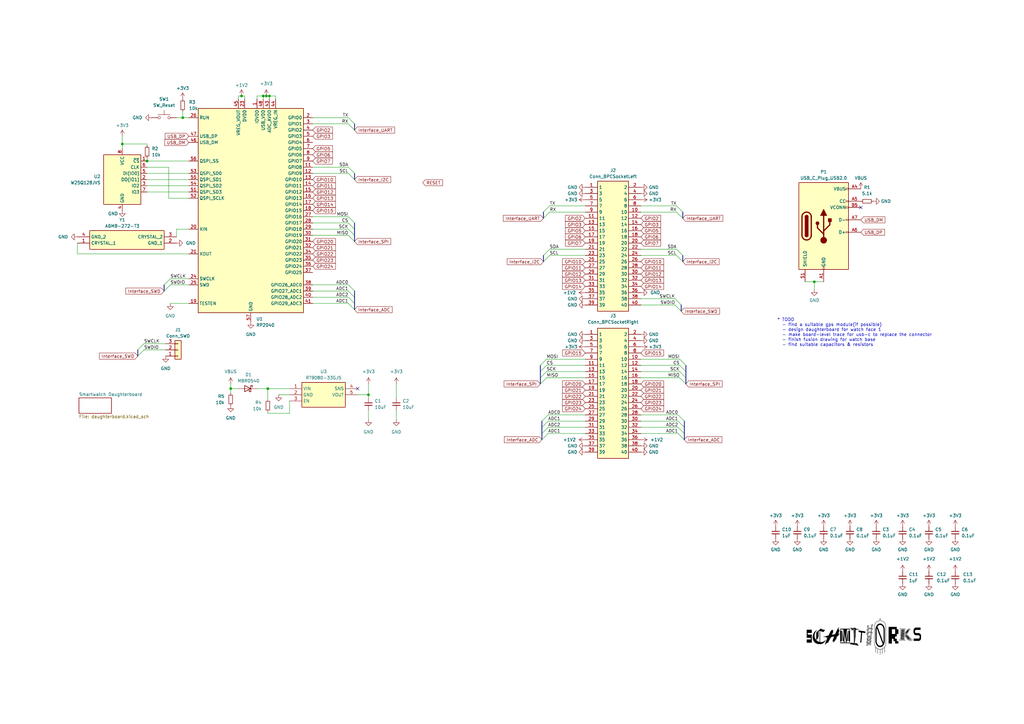
<source format=kicad_sch>
(kicad_sch (version 20230121) (generator eeschema)
  (paper "A3")
  (title_block (title "Smartwatch Motherboard"))
  (lib_symbols
    (symbol "Connector:USB_C_Plug_USB2.0" (pin_names (offset 1.016))
      (property "Reference" "P" (at -10.16 19.05 0))
      (property "Value" "USB_C_Plug_USB2.0" (at 12.7 19.05 0))
      (symbol "USB_C_Plug_USB2.0_1_1"
        (pin passive line (at 0 -22.86 90) (length 5.08) (name "GND") (number "A1"))
        (pin passive line (at 0 -22.86 90) (length 5.08) hide (name "GND") (number "A12"))
        (pin passive line (at 15.24 15.24 180) (length 5.08) (name "VBUS") (number "A4"))
        (pin bidirectional line (at 15.24 10.16 180) (length 5.08) (name "CC") (number "A5"))
        (pin bidirectional line (at 15.24 -2.54 180) (length 5.08) (name "D+") (number "A6"))
        (pin bidirectional line (at 15.24 2.54 180) (length 5.08) (name "D-") (number "A7"))
        (pin passive line (at 15.24 15.24 180) (length 5.08) hide (name "VBUS") (number "A9"))
        (pin passive line (at 0 -22.86 90) (length 5.08) hide (name "GND") (number "B1"))
        (pin passive line (at 0 -22.86 90) (length 5.08) hide (name "GND") (number "B12"))
        (pin passive line (at 15.24 15.24 180) (length 5.08) hide (name "VBUS") (number "B4"))
        (pin bidirectional line (at 15.24 7.62 180) (length 5.08) (name "VCONN") (number "B5"))
        (pin passive line (at 15.24 15.24 180) (length 5.08) hide (name "VBUS") (number "B9"))
        (pin passive line (at -7.62 -22.86 90) (length 5.08) (name "SHIELD") (number "S1"))
      )
    )
    (symbol "Connector_Generic:Conn_01x03" (pin_names (offset 1.016) hide)
      (property "Reference" "J" (at 0 5.08 0))
      (property "Value" "Conn_01x03" (at 0 -5.08 0))
      (symbol "Conn_01x03_1_1"
        (pin passive line (at -5.08 2.54 0) (length 3.81) (name "Pin_1") (number "1"))
        (pin passive line (at -5.08 0 0) (length 3.81) (name "Pin_2") (number "2"))
        (pin passive line (at -5.08 -2.54 0) (length 3.81) (name "Pin_3") (number "3"))
      )
    )
    (symbol "Device:C_Small" (pin_numbers hide) (pin_names (offset 0.254) hide)
      (property "Reference" "C" (at 0.254 1.778 0))
      (property "Value" "C_Small" (at 0.254 -2.032 0))
      (symbol "C_Small_1_1"
        (pin passive line (at 0 2.54 270) (length 2.032) (name "~") (number "1"))
        (pin passive line (at 0 -2.54 90) (length 2.032) (name "~") (number "2"))
      )
    )
    (symbol "Device:R_Small" (pin_numbers hide) (pin_names (offset 0.254) hide)
      (property "Reference" "R" (at 0.762 0.508 0))
      (property "Value" "R_Small" (at 0.762 -1.016 0))
      (symbol "R_Small_1_1"
        (pin passive line (at 0 2.54 270) (length 0.762) (name "~") (number "1"))
        (pin passive line (at 0 -2.54 90) (length 0.762) (name "~") (number "2"))
      )
    )
    (symbol "Diode:MBR0540" (pin_numbers hide) (pin_names (offset 1.016) hide)
      (property "Reference" "D" (at 0 2.54 0))
      (property "Value" "MBR0540" (at 0 -2.54 0))
      (symbol "MBR0540_1_1"
        (pin passive line (at -3.81 0 0) (length 2.54) (name "K") (number "1"))
        (pin passive line (at 3.81 0 180) (length 2.54) (name "A") (number "2"))
      )
    )
    (symbol "MCU_RaspberryPi:RP2040"
      (property "Reference" "U" (at 17.78 45.72 0))
      (property "Value" "RP2040" (at 17.78 43.18 0))
      (symbol "RP2040_1_1"
        (pin power_in line (at 2.54 45.72 270) (length 3.81) (name "IOVDD") (number "1"))
        (pin passive line (at 2.54 45.72 270) (length 3.81) hide (name "IOVDD") (number "10"))
        (pin bidirectional line (at 25.4 17.78 180) (length 3.81) (name "GPIO8") (number "11"))
        (pin bidirectional line (at 25.4 15.24 180) (length 3.81) (name "GPIO9") (number "12"))
        (pin bidirectional line (at 25.4 12.7 180) (length 3.81) (name "GPIO10") (number "13"))
        (pin bidirectional line (at 25.4 10.16 180) (length 3.81) (name "GPIO11") (number "14"))
        (pin bidirectional line (at 25.4 7.62 180) (length 3.81) (name "GPIO12") (number "15"))
        (pin bidirectional line (at 25.4 5.08 180) (length 3.81) (name "GPIO13") (number "16"))
        (pin bidirectional line (at 25.4 2.54 180) (length 3.81) (name "GPIO14") (number "17"))
        (pin bidirectional line (at 25.4 0 180) (length 3.81) (name "GPIO15") (number "18"))
        (pin input line (at -25.4 -38.1 0) (length 3.81) (name "TESTEN") (number "19"))
        (pin bidirectional line (at 25.4 38.1 180) (length 3.81) (name "GPIO0") (number "2"))
        (pin input line (at -25.4 -7.62 0) (length 3.81) (name "XIN") (number "20"))
        (pin passive line (at -25.4 -17.78 0) (length 3.81) (name "XOUT") (number "21"))
        (pin passive line (at 2.54 45.72 270) (length 3.81) hide (name "IOVDD") (number "22"))
        (pin power_in line (at -2.54 45.72 270) (length 3.81) (name "DVDD") (number "23"))
        (pin input line (at -25.4 -27.94 0) (length 3.81) (name "SWCLK") (number "24"))
        (pin bidirectional line (at -25.4 -30.48 0) (length 3.81) (name "SWD") (number "25"))
        (pin input line (at -25.4 38.1 0) (length 3.81) (name "RUN") (number "26"))
        (pin bidirectional line (at 25.4 -2.54 180) (length 3.81) (name "GPIO16") (number "27"))
        (pin bidirectional line (at 25.4 -5.08 180) (length 3.81) (name "GPIO17") (number "28"))
        (pin bidirectional line (at 25.4 -7.62 180) (length 3.81) (name "GPIO18") (number "29"))
        (pin bidirectional line (at 25.4 35.56 180) (length 3.81) (name "GPIO1") (number "3"))
        (pin bidirectional line (at 25.4 -10.16 180) (length 3.81) (name "GPIO19") (number "30"))
        (pin bidirectional line (at 25.4 -12.7 180) (length 3.81) (name "GPIO20") (number "31"))
        (pin bidirectional line (at 25.4 -15.24 180) (length 3.81) (name "GPIO21") (number "32"))
        (pin passive line (at 2.54 45.72 270) (length 3.81) hide (name "IOVDD") (number "33"))
        (pin bidirectional line (at 25.4 -17.78 180) (length 3.81) (name "GPIO22") (number "34"))
        (pin bidirectional line (at 25.4 -20.32 180) (length 3.81) (name "GPIO23") (number "35"))
        (pin bidirectional line (at 25.4 -22.86 180) (length 3.81) (name "GPIO24") (number "36"))
        (pin bidirectional line (at 25.4 -25.4 180) (length 3.81) (name "GPIO25") (number "37"))
        (pin bidirectional line (at 25.4 -30.48 180) (length 3.81) (name "GPIO26_ADC0") (number "38"))
        (pin bidirectional line (at 25.4 -33.02 180) (length 3.81) (name "GPIO27_ADC1") (number "39"))
        (pin bidirectional line (at 25.4 33.02 180) (length 3.81) (name "GPIO2") (number "4"))
        (pin bidirectional line (at 25.4 -35.56 180) (length 3.81) (name "GPIO28_ADC2") (number "40"))
        (pin bidirectional line (at 25.4 -38.1 180) (length 3.81) (name "GPIO29_ADC3") (number "41"))
        (pin passive line (at 2.54 45.72 270) (length 3.81) hide (name "IOVDD") (number "42"))
        (pin power_in line (at 7.62 45.72 270) (length 3.81) (name "ADC_AVDD") (number "43"))
        (pin power_in line (at 10.16 45.72 270) (length 3.81) (name "VREG_IN") (number "44"))
        (pin power_out line (at -5.08 45.72 270) (length 3.81) (name "VREG_VOUT") (number "45"))
        (pin bidirectional line (at -25.4 27.94 0) (length 3.81) (name "USB_DM") (number "46"))
        (pin bidirectional line (at -25.4 30.48 0) (length 3.81) (name "USB_DP") (number "47"))
        (pin power_in line (at 5.08 45.72 270) (length 3.81) (name "USB_VDD") (number "48"))
        (pin passive line (at 2.54 45.72 270) (length 3.81) hide (name "IOVDD") (number "49"))
        (pin bidirectional line (at 25.4 30.48 180) (length 3.81) (name "GPIO3") (number "5"))
        (pin passive line (at -2.54 45.72 270) (length 3.81) hide (name "DVDD") (number "50"))
        (pin bidirectional line (at -25.4 7.62 0) (length 3.81) (name "QSPI_SD3") (number "51"))
        (pin output line (at -25.4 5.08 0) (length 3.81) (name "QSPI_SCLK") (number "52"))
        (pin bidirectional line (at -25.4 15.24 0) (length 3.81) (name "QSPI_SD0") (number "53"))
        (pin bidirectional line (at -25.4 10.16 0) (length 3.81) (name "QSPI_SD2") (number "54"))
        (pin bidirectional line (at -25.4 12.7 0) (length 3.81) (name "QSPI_SD1") (number "55"))
        (pin bidirectional line (at -25.4 20.32 0) (length 3.81) (name "QSPI_SS") (number "56"))
        (pin power_in line (at 0 -45.72 90) (length 3.81) (name "GND") (number "57"))
        (pin bidirectional line (at 25.4 27.94 180) (length 3.81) (name "GPIO4") (number "6"))
        (pin bidirectional line (at 25.4 25.4 180) (length 3.81) (name "GPIO5") (number "7"))
        (pin bidirectional line (at 25.4 22.86 180) (length 3.81) (name "GPIO6") (number "8"))
        (pin bidirectional line (at 25.4 20.32 180) (length 3.81) (name "GPIO7") (number "9"))
      )
    )
    (symbol "Memory_Flash:W25Q128JVS"
      (property "Reference" "U" (at -8.89 8.89 0))
      (property "Value" "W25Q128JVS" (at 7.62 8.89 0))
      (symbol "W25Q128JVS_1_1"
        (pin input line (at -10.16 7.62 0) (length 2.54) (name "~{CS}") (number "1"))
        (pin bidirectional line (at -10.16 0 0) (length 2.54) (name "DO(IO1)") (number "2"))
        (pin bidirectional line (at -10.16 -2.54 0) (length 2.54) (name "IO2") (number "3"))
        (pin power_in line (at 0 -12.7 90) (length 2.54) (name "GND") (number "4"))
        (pin bidirectional line (at -10.16 2.54 0) (length 2.54) (name "DI(IO0)") (number "5"))
        (pin input line (at -10.16 5.08 0) (length 2.54) (name "CLK") (number "6"))
        (pin bidirectional line (at -10.16 -5.08 0) (length 2.54) (name "IO3") (number "7"))
        (pin power_in line (at 0 12.7 270) (length 2.54) (name "VCC") (number "8"))
      )
    )
    (symbol "SamacSys_Parts:ABM8-272-T3"
      (property "Reference" "Y" (at 36.83 7.62 0))
      (property "Value" "ABM8-272-T3" (at 36.83 5.08 0))
      (symbol "ABM8-272-T3_1_1"
        (pin passive line (at 0 -2.54 0) (length 5.08) (name "CRYSTAL_1") (number "1"))
        (pin passive line (at 40.64 -2.54 180) (length 5.08) (name "GND_1") (number "2"))
        (pin passive line (at 40.64 0 180) (length 5.08) (name "CRYSTAL_2") (number "3"))
        (pin passive line (at 0 0 0) (length 5.08) (name "GND_2") (number "4"))
      )
    )
    (symbol "SamacSys_Parts:DF40HC_3.0_-40DS-0.4V_51_"
      (property "Reference" "J" (at 19.05 7.62 0))
      (property "Value" "DF40HC_3.0_-40DS-0.4V_51_" (at 19.05 5.08 0))
      (symbol "DF40HC_3.0_-40DS-0.4V_51__1_1"
        (pin passive line (at 0 0 0) (length 5.08) (name "1") (number "1"))
        (pin passive line (at 22.86 -10.16 180) (length 5.08) (name "10") (number "10"))
        (pin passive line (at 0 -12.7 0) (length 5.08) (name "11") (number "11"))
        (pin passive line (at 22.86 -12.7 180) (length 5.08) (name "12") (number "12"))
        (pin passive line (at 0 -15.24 0) (length 5.08) (name "13") (number "13"))
        (pin passive line (at 22.86 -15.24 180) (length 5.08) (name "14") (number "14"))
        (pin passive line (at 0 -17.78 0) (length 5.08) (name "15") (number "15"))
        (pin passive line (at 22.86 -17.78 180) (length 5.08) (name "16") (number "16"))
        (pin passive line (at 0 -20.32 0) (length 5.08) (name "17") (number "17"))
        (pin passive line (at 22.86 -20.32 180) (length 5.08) (name "18") (number "18"))
        (pin passive line (at 0 -22.86 0) (length 5.08) (name "19") (number "19"))
        (pin passive line (at 22.86 0 180) (length 5.08) (name "2") (number "2"))
        (pin passive line (at 22.86 -22.86 180) (length 5.08) (name "20") (number "20"))
        (pin passive line (at 0 -25.4 0) (length 5.08) (name "21") (number "21"))
        (pin passive line (at 22.86 -25.4 180) (length 5.08) (name "22") (number "22"))
        (pin passive line (at 0 -27.94 0) (length 5.08) (name "23") (number "23"))
        (pin passive line (at 22.86 -27.94 180) (length 5.08) (name "24") (number "24"))
        (pin passive line (at 0 -30.48 0) (length 5.08) (name "25") (number "25"))
        (pin passive line (at 22.86 -30.48 180) (length 5.08) (name "26") (number "26"))
        (pin passive line (at 0 -33.02 0) (length 5.08) (name "27") (number "27"))
        (pin passive line (at 22.86 -33.02 180) (length 5.08) (name "28") (number "28"))
        (pin passive line (at 0 -35.56 0) (length 5.08) (name "29") (number "29"))
        (pin passive line (at 0 -2.54 0) (length 5.08) (name "3") (number "3"))
        (pin passive line (at 22.86 -35.56 180) (length 5.08) (name "30") (number "30"))
        (pin passive line (at 0 -38.1 0) (length 5.08) (name "31") (number "31"))
        (pin passive line (at 22.86 -38.1 180) (length 5.08) (name "32") (number "32"))
        (pin passive line (at 0 -40.64 0) (length 5.08) (name "33") (number "33"))
        (pin passive line (at 22.86 -40.64 180) (length 5.08) (name "34") (number "34"))
        (pin passive line (at 0 -43.18 0) (length 5.08) (name "35") (number "35"))
        (pin passive line (at 22.86 -43.18 180) (length 5.08) (name "36") (number "36"))
        (pin passive line (at 0 -45.72 0) (length 5.08) (name "37") (number "37"))
        (pin passive line (at 22.86 -45.72 180) (length 5.08) (name "38") (number "38"))
        (pin passive line (at 0 -48.26 0) (length 5.08) (name "39") (number "39"))
        (pin passive line (at 22.86 -2.54 180) (length 5.08) (name "4") (number "4"))
        (pin passive line (at 22.86 -48.26 180) (length 5.08) (name "40") (number "40"))
        (pin passive line (at 0 -5.08 0) (length 5.08) (name "5") (number "5"))
        (pin passive line (at 22.86 -5.08 180) (length 5.08) (name "6") (number "6"))
        (pin passive line (at 0 -7.62 0) (length 5.08) (name "7") (number "7"))
        (pin passive line (at 22.86 -7.62 180) (length 5.08) (name "8") (number "8"))
        (pin passive line (at 0 -10.16 0) (length 5.08) (name "9") (number "9"))
      )
    )
    (symbol "SamacSys_Parts:RT9080-33GJ5"
      (property "Reference" "IC" (at 24.13 7.62 0))
      (property "Value" "RT9080-33GJ5" (at 24.13 5.08 0))
      (symbol "RT9080-33GJ5_1_1"
        (pin passive line (at 0 0 0) (length 5.08) (name "VIN") (number "1"))
        (pin passive line (at 0 -2.54 0) (length 5.08) (name "GND") (number "2"))
        (pin passive line (at 0 -5.08 0) (length 5.08) (name "EN") (number "3"))
        (pin passive line (at 27.94 0 180) (length 5.08) (name "SNS") (number "4"))
        (pin passive line (at 27.94 -2.54 180) (length 5.08) (name "VOUT") (number "5"))
      )
    )
    (symbol "Switch:SW_Push" (pin_numbers hide) (pin_names (offset 1.016) hide)
      (property "Reference" "SW" (at 1.27 2.54 0))
      (property "Value" "SW_Push" (at 0 -1.524 0))
      (symbol "SW_Push_0_1"
        (pin passive line (at -5.08 0 0) (length 2.54) (name "1") (number "1"))
        (pin passive line (at 5.08 0 180) (length 2.54) (name "2") (number "2"))
      )
    )
    (symbol "power:+1V2" (power) (pin_names (offset 0))
      (property "Value" "+1V2" (at 0 3.556 0))
      (symbol "+1V2_1_1"
        (pin power_in line (at 0 0 90) (length 0) hide (name "+1V2") (number "1"))
      )
    )
    (symbol "power:+3V3" (power) (pin_names (offset 0))
      (property "Value" "+3V3" (at 0 3.556 0))
      (symbol "+3V3_1_1"
        (pin power_in line (at 0 0 90) (length 0) hide (name "+3V3") (number "1"))
      )
    )
    (symbol "power:GND" (power) (pin_names (offset 0))
      (property "Value" "GND" (at 0 -3.81 0))
      (symbol "GND_1_1"
        (pin power_in line (at 0 0 270) (length 0) hide (name "GND") (number "1"))
      )
    )
    (symbol "power:VBUS" (power) (pin_names (offset 0))
      (property "Value" "VBUS" (at 0 3.81 0))
      (symbol "VBUS_1_1"
        (pin power_in line (at 0 0 90) (length 0) hide (name "VBUS") (number "1"))
      )
    )
  )
  (junction (at 109.855 159.385))
  (junction (at 99.06 39.37))
  (junction (at 74.93 48.26))
  (junction (at 334.01 115.57))
  (junction (at 94.615 159.385))
  (junction (at 110.49 39.37))
  (junction (at 109.22 39.37))
  (junction (at 50.165 59.055))
  (junction (at 107.95 39.37))
  (junction (at 151.13 161.925))
  (junction (at 60.325 66.04))
  (no_connect (at 353.06 85.09))
  (no_connect (at 146.685 159.385))
  (bus_entry (at 142.875 48.26) (size 2.54 2.54))
  (bus_entry (at 69.85 114.3) (size -2.54 2.54))
  (bus_entry (at 277.495 86.995) (size 2.54 2.54))
  (bus_entry (at 142.875 96.52) (size 2.54 2.54))
  (bus_entry (at 142.875 121.92) (size 2.54 2.54))
  (bus_entry (at 278.765 152.4) (size 2.54 2.54))
  (bus_entry (at 224.155 147.32) (size -2.54 2.54))
  (bus_entry (at 59.055 140.97) (size -2.54 2.54))
  (bus_entry (at 224.79 175.26) (size -2.54 2.54))
  (bus_entry (at 224.79 170.18) (size -2.54 2.54))
  (bus_entry (at 278.765 149.86) (size 2.54 2.54))
  (bus_entry (at 142.875 50.8) (size 2.54 2.54))
  (bus_entry (at 142.875 88.9) (size 2.54 2.54))
  (bus_entry (at 276.86 125.095) (size 2.54 2.54))
  (bus_entry (at 69.85 116.84) (size -2.54 2.54))
  (bus_entry (at 278.13 175.26) (size 2.54 2.54))
  (bus_entry (at 224.155 154.94) (size -2.54 2.54))
  (bus_entry (at 224.155 152.4) (size -2.54 2.54))
  (bus_entry (at 142.875 71.12) (size 2.54 2.54))
  (bus_entry (at 277.495 102.235) (size 2.54 2.54))
  (bus_entry (at 225.425 104.775) (size -2.54 2.54))
  (bus_entry (at 277.495 84.455) (size 2.54 2.54))
  (bus_entry (at 142.875 119.38) (size 2.54 2.54))
  (bus_entry (at 278.13 170.18) (size 2.54 2.54))
  (bus_entry (at 277.495 104.775) (size 2.54 2.54))
  (bus_entry (at 142.875 68.58) (size 2.54 2.54))
  (bus_entry (at 224.79 177.8) (size -2.54 2.54))
  (bus_entry (at 278.765 147.32) (size 2.54 2.54))
  (bus_entry (at 142.875 93.98) (size 2.54 2.54))
  (bus_entry (at 224.155 149.86) (size -2.54 2.54))
  (bus_entry (at 224.79 172.72) (size -2.54 2.54))
  (bus_entry (at 225.425 86.995) (size -2.54 2.54))
  (bus_entry (at 59.055 143.51) (size -2.54 2.54))
  (bus_entry (at 276.86 122.555) (size 2.54 2.54))
  (bus_entry (at 278.765 154.94) (size 2.54 2.54))
  (bus_entry (at 225.425 84.455) (size -2.54 2.54))
  (bus_entry (at 278.13 177.8) (size 2.54 2.54))
  (bus_entry (at 142.875 91.44) (size 2.54 2.54))
  (bus_entry (at 225.425 102.235) (size -2.54 2.54))
  (bus_entry (at 142.875 124.46) (size 2.54 2.54))
  (bus_entry (at 278.13 172.72) (size 2.54 2.54))
  (bus_entry (at 142.875 116.84) (size 2.54 2.54))
  (wire (pts (xy 74.93 48.26) (xy 77.47 48.26)))
  (bus (pts (xy 145.415 71.12) (xy 145.415 73.66)))
  (wire (pts (xy 240.03 104.775) (xy 225.425 104.775)))
  (bus (pts (xy 280.67 177.8) (xy 280.67 180.34)))
  (wire (pts (xy 59.055 140.97) (xy 67.945 140.97)))
  (wire (pts (xy 128.27 88.9) (xy 142.875 88.9)))
  (wire (pts (xy 99.06 39.37) (xy 100.33 39.37)))
  (wire (pts (xy 69.215 81.28) (xy 69.215 68.58)))
  (wire (pts (xy 262.89 149.86) (xy 278.765 149.86)))
  (wire (pts (xy 50.165 55.88) (xy 50.165 59.055)))
  (bus (pts (xy 221.615 149.86) (xy 221.615 152.4)))
  (wire (pts (xy 128.27 119.38) (xy 142.875 119.38)))
  (wire (pts (xy 60.325 73.66) (xy 77.47 73.66)))
  (wire (pts (xy 72.39 93.98) (xy 77.47 93.98)))
  (wire (pts (xy 107.95 39.37) (xy 107.95 40.64)))
  (bus (pts (xy 281.305 149.86) (xy 281.305 152.4)))
  (wire (pts (xy 107.95 39.37) (xy 109.22 39.37)))
  (wire (pts (xy 97.79 40.64) (xy 97.79 39.37)))
  (wire (pts (xy 262.89 84.455) (xy 277.495 84.455)))
  (wire (pts (xy 105.41 40.64) (xy 105.41 39.37)))
  (wire (pts (xy 151.13 161.925) (xy 146.685 161.925)))
  (bus (pts (xy 145.415 121.92) (xy 145.415 124.46)))
  (wire (pts (xy 128.27 71.12) (xy 142.875 71.12)))
  (bus (pts (xy 280.035 104.775) (xy 280.035 107.315)))
  (wire (pts (xy 128.27 68.58) (xy 142.875 68.58)))
  (wire (pts (xy 109.22 39.37) (xy 110.49 39.37)))
  (wire (pts (xy 240.03 149.86) (xy 224.155 149.86)))
  (wire (pts (xy 109.855 159.385) (xy 109.855 163.83)))
  (wire (pts (xy 240.03 102.235) (xy 225.425 102.235)))
  (wire (pts (xy 69.85 116.84) (xy 77.47 116.84)))
  (wire (pts (xy 110.49 39.37) (xy 110.49 40.64)))
  (wire (pts (xy 262.89 152.4) (xy 278.765 152.4)))
  (wire (pts (xy 94.615 157.48) (xy 94.615 159.385)))
  (bus (pts (xy 281.305 154.94) (xy 281.305 157.48)))
  (wire (pts (xy 240.03 177.8) (xy 224.79 177.8)))
  (bus (pts (xy 56.515 143.51) (xy 56.515 146.05)))
  (wire (pts (xy 31.75 104.14) (xy 77.47 104.14)))
  (wire (pts (xy 162.56 168.275) (xy 162.56 172.085)))
  (bus (pts (xy 222.885 86.995) (xy 222.885 89.535)))
  (wire (pts (xy 77.47 81.28) (xy 69.215 81.28)))
  (wire (pts (xy 128.27 121.92) (xy 142.875 121.92)))
  (wire (pts (xy 240.03 152.4) (xy 224.155 152.4)))
  (wire (pts (xy 118.745 169.545) (xy 118.745 164.465)))
  (wire (pts (xy 60.325 71.12) (xy 77.47 71.12)))
  (wire (pts (xy 60.325 64.77) (xy 60.325 66.04)))
  (wire (pts (xy 128.27 124.46) (xy 142.875 124.46)))
  (wire (pts (xy 105.41 159.385) (xy 109.855 159.385)))
  (wire (pts (xy 105.41 39.37) (xy 107.95 39.37)))
  (bus (pts (xy 221.615 154.94) (xy 221.615 157.48)))
  (bus (pts (xy 221.615 152.4) (xy 221.615 154.94)))
  (wire (pts (xy 240.03 170.18) (xy 224.79 170.18)))
  (wire (pts (xy 50.165 59.055) (xy 60.325 59.055)))
  (wire (pts (xy 74.93 45.72) (xy 74.93 48.26)))
  (bus (pts (xy 145.415 91.44) (xy 145.415 93.98)))
  (bus (pts (xy 145.415 119.38) (xy 145.415 121.92)))
  (wire (pts (xy 60.325 66.04) (xy 77.47 66.04)))
  (wire (pts (xy 262.89 86.995) (xy 277.495 86.995)))
  (wire (pts (xy 262.89 122.555) (xy 276.86 122.555)))
  (wire (pts (xy 113.03 39.37) (xy 113.03 40.64)))
  (wire (pts (xy 240.03 84.455) (xy 225.425 84.455)))
  (wire (pts (xy 128.27 50.8) (xy 142.875 50.8)))
  (bus (pts (xy 67.31 116.84) (xy 67.31 119.38)))
  (wire (pts (xy 151.13 168.275) (xy 151.13 172.085)))
  (wire (pts (xy 262.89 125.095) (xy 276.86 125.095)))
  (wire (pts (xy 94.615 159.385) (xy 97.79 159.385)))
  (bus (pts (xy 280.67 175.26) (xy 280.67 177.8)))
  (wire (pts (xy 151.13 163.195) (xy 151.13 161.925)))
  (wire (pts (xy 128.27 48.26) (xy 142.875 48.26)))
  (wire (pts (xy 110.49 39.37) (xy 113.03 39.37)))
  (wire (pts (xy 109.855 159.385) (xy 118.745 159.385)))
  (bus (pts (xy 222.885 104.775) (xy 222.885 107.315)))
  (wire (pts (xy 60.325 59.055) (xy 60.325 59.69)))
  (wire (pts (xy 262.89 104.775) (xy 277.495 104.775)))
  (wire (pts (xy 31.75 104.14) (xy 31.75 99.695)))
  (wire (pts (xy 59.055 143.51) (xy 67.945 143.51)))
  (bus (pts (xy 222.25 172.72) (xy 222.25 175.26)))
  (wire (pts (xy 262.89 102.235) (xy 277.495 102.235)))
  (wire (pts (xy 100.33 39.37) (xy 100.33 40.64)))
  (wire (pts (xy 240.03 175.26) (xy 224.79 175.26)))
  (wire (pts (xy 240.03 147.32) (xy 224.155 147.32)))
  (bus (pts (xy 280.67 172.72) (xy 280.67 175.26)))
  (wire (pts (xy 262.89 175.26) (xy 278.13 175.26)))
  (bus (pts (xy 279.4 125.095) (xy 279.4 127.635)))
  (wire (pts (xy 109.855 169.545) (xy 109.855 168.91)))
  (wire (pts (xy 128.27 93.98) (xy 142.875 93.98)))
  (wire (pts (xy 262.89 154.94) (xy 278.765 154.94)))
  (wire (pts (xy 69.215 68.58) (xy 60.325 68.58)))
  (wire (pts (xy 262.89 147.32) (xy 278.765 147.32)))
  (wire (pts (xy 114.3 161.925) (xy 118.745 161.925)))
  (bus (pts (xy 281.305 152.4) (xy 281.305 154.94)))
  (bus (pts (xy 145.415 93.98) (xy 145.415 96.52)))
  (wire (pts (xy 69.85 114.3) (xy 77.47 114.3)))
  (bus (pts (xy 222.25 175.26) (xy 222.25 177.8)))
  (bus (pts (xy 280.035 86.995) (xy 280.035 89.535)))
  (wire (pts (xy 50.165 59.055) (xy 50.165 60.96)))
  (wire (pts (xy 128.27 116.84) (xy 142.875 116.84)))
  (bus (pts (xy 145.415 124.46) (xy 145.415 127)))
  (wire (pts (xy 94.615 159.385) (xy 94.615 161.29)))
  (bus (pts (xy 145.415 96.52) (xy 145.415 99.06)))
  (wire (pts (xy 151.13 157.48) (xy 151.13 161.925)))
  (wire (pts (xy 72.39 97.155) (xy 72.39 93.98)))
  (wire (pts (xy 60.325 76.2) (xy 77.47 76.2)))
  (wire (pts (xy 334.01 118.745) (xy 334.01 115.57)))
  (wire (pts (xy 97.79 39.37) (xy 99.06 39.37)))
  (wire (pts (xy 69.85 124.46) (xy 77.47 124.46)))
  (wire (pts (xy 128.27 96.52) (xy 142.875 96.52)))
  (wire (pts (xy 60.325 78.74) (xy 77.47 78.74)))
  (wire (pts (xy 72.39 48.26) (xy 74.93 48.26)))
  (wire (pts (xy 109.855 169.545) (xy 118.745 169.545)))
  (wire (pts (xy 240.03 86.995) (xy 225.425 86.995)))
  (wire (pts (xy 262.89 172.72) (xy 278.13 172.72)))
  (bus (pts (xy 145.415 50.8) (xy 145.415 53.34)))
  (wire (pts (xy 240.03 172.72) (xy 224.79 172.72)))
  (wire (pts (xy 262.89 177.8) (xy 278.13 177.8)))
  (bus (pts (xy 222.25 177.8) (xy 222.25 180.34)))
  (wire (pts (xy 162.56 157.48) (xy 162.56 163.195)))
  (wire (pts (xy 262.89 170.18) (xy 278.13 170.18)))
  (wire (pts (xy 128.27 91.44) (xy 142.875 91.44)))
  (wire (pts (xy 330.2 115.57) (xy 334.01 115.57)))
  (wire (pts (xy 334.01 115.57) (xy 337.82 115.57)))
  (wire (pts (xy 240.03 154.94) (xy 224.155 154.94)))
  (image (at 354.33 260.985) (scale 0.886586))
  (text "* TODO\n  - find a suitable gps module(if possible)\n  - design daughterboard for watch face 1\n  - make board-level trace for usb-c to replace the connector\n  - finish fusion drawing for watch base\n  - find suitable capacitors & resistors " (at 318.77 142.24 0) (effects (font (size 1.27 1.27)) (justify left bottom)))
  (label "ADC1" (at 142.875 124.46 180))
  (label "SWDIO" (at 69.85 116.84 0))
  (label "SDA" (at 277.495 102.235 180))
  (label "SWDIO" (at 276.86 125.095 180))
  (label "SCL" (at 277.495 104.775 180))
  (label "ADC1" (at 142.875 119.38 180))
  (label "CS" (at 224.155 149.86 0))
  (label "ADC0" (at 224.79 170.18 0))
  (label "SCL" (at 225.425 104.775 0))
  (label "ADC0" (at 278.13 170.18 180))
  (label "RX" (at 225.425 86.995 0))
  (label "SCK" (at 224.155 152.4 0))
  (label "SCL" (at 142.875 71.12 180))
  (label "ADC1" (at 278.13 172.72 180))
  (label "TX" (at 142.875 48.26 180))
  (label "TX" (at 225.425 84.455 0))
  (label "ADC1" (at 278.13 177.8 180))
  (label "SWDIO" (at 59.055 143.51 0))
  (label "SDA" (at 225.425 102.235 0))
  (label "MISO" (at 142.875 96.52 180))
  (label "ADC2" (at 142.875 121.92 180))
  (label "RX" (at 142.875 50.8 180))
  (label "ADC1" (at 224.79 172.72 0))
  (label "CS" (at 142.875 91.44 180))
  (label "TX" (at 277.495 84.455 180))
  (label "ADC2" (at 224.79 175.26 0))
  (label "SWCLK" (at 276.86 122.555 180))
  (label "SWCLK" (at 59.055 140.97 0))
  (label "RX" (at 277.495 86.995 180))
  (label "CS" (at 278.765 149.86 180))
  (label "ADC2" (at 278.13 175.26 180))
  (label "MISO" (at 224.155 154.94 0))
  (label "SDA" (at 142.875 68.58 180))
  (label "SWCLK" (at 69.85 114.3 0))
  (label "MISO" (at 278.765 154.94 180))
  (label "MOSI" (at 142.875 88.9 180))
  (label "MOSI" (at 278.765 147.32 180))
  (label "ADC0" (at 142.875 116.84 180))
  (label "SCK" (at 278.765 152.4 180))
  (label "SCK" (at 142.875 93.98 180))
  (label "MOSI" (at 224.155 147.32 0))
  (label "ADC1" (at 224.79 177.8 0))
  (global_label "GPIO23" (shape input) (at 262.89 165.1 0) (property "Intersheetrefs" "${INTERSHEET_REFS}" (effects hide)))
  (global_label "RESET" (shape input) (at 173.355 74.93 0) (property "Intersheetrefs" "${INTERSHEET_REFS}" (effects hide)))
  (global_label "GPIO15" (shape input) (at 128.27 86.36 0) (property "Intersheetrefs" "${INTERSHEET_REFS}" (effects hide)))
  (global_label "USB_DM" (shape input) (at 77.47 58.42 180) (property "Intersheetrefs" "${INTERSHEET_REFS}" (effects hide)))
  (global_label "GPIO10" (shape input) (at 128.27 73.66 0) (property "Intersheetrefs" "${INTERSHEET_REFS}" (effects hide)))
  (global_label "GPIO6" (shape input) (at 262.89 97.155 0) (property "Intersheetrefs" "${INTERSHEET_REFS}" (effects hide)))
  (global_label "GPIO24" (shape input) (at 262.89 167.64 0) (property "Intersheetrefs" "${INTERSHEET_REFS}" (effects hide)))
  (global_label "Interface_SWD" (shape input) (at 67.31 119.38 180) (property "Intersheetrefs" "${INTERSHEET_REFS}" (effects hide)))
  (global_label "GPIO15" (shape input) (at 262.89 144.78 0) (property "Intersheetrefs" "${INTERSHEET_REFS}" (effects hide)))
  (global_label "Interface_I2C" (shape input) (at 145.415 73.66 0) (property "Intersheetrefs" "${INTERSHEET_REFS}" (effects hide)))
  (global_label "GPIO22" (shape input) (at 262.89 162.56 0) (property "Intersheetrefs" "${INTERSHEET_REFS}" (effects hide)))
  (global_label "GPIO14" (shape input) (at 240.03 117.475 180) (property "Intersheetrefs" "${INTERSHEET_REFS}" (effects hide)))
  (global_label "Interface_ADC" (shape input) (at 145.415 127 0) (property "Intersheetrefs" "${INTERSHEET_REFS}" (effects hide)))
  (global_label "Interface_SPI" (shape input) (at 145.415 99.06 0) (property "Intersheetrefs" "${INTERSHEET_REFS}" (effects hide)))
  (global_label "GPIO3" (shape input) (at 240.03 92.075 180) (property "Intersheetrefs" "${INTERSHEET_REFS}" (effects hide)))
  (global_label "GPIO24" (shape input) (at 128.27 109.22 0) (property "Intersheetrefs" "${INTERSHEET_REFS}" (effects hide)))
  (global_label "GPIO7" (shape input) (at 240.03 99.695 180) (property "Intersheetrefs" "${INTERSHEET_REFS}" (effects hide)))
  (global_label "GPIO5" (shape input) (at 240.03 94.615 180) (property "Intersheetrefs" "${INTERSHEET_REFS}" (effects hide)))
  (global_label "Interface_ADC" (shape input) (at 280.67 180.34 0) (property "Intersheetrefs" "${INTERSHEET_REFS}" (effects hide)))
  (global_label "GPIO21" (shape input) (at 128.27 101.6 0) (property "Intersheetrefs" "${INTERSHEET_REFS}" (effects hide)))
  (global_label "GPIO10" (shape input) (at 262.89 107.315 0) (property "Intersheetrefs" "${INTERSHEET_REFS}" (effects hide)))
  (global_label "GPIO12" (shape input) (at 262.89 112.395 0) (property "Intersheetrefs" "${INTERSHEET_REFS}" (effects hide)))
  (global_label "GPIO14" (shape input) (at 262.89 117.475 0) (property "Intersheetrefs" "${INTERSHEET_REFS}" (effects hide)))
  (global_label "GPIO22" (shape input) (at 240.03 162.56 180) (property "Intersheetrefs" "${INTERSHEET_REFS}" (effects hide)))
  (global_label "GPIO11" (shape input) (at 128.27 76.2 0) (property "Intersheetrefs" "${INTERSHEET_REFS}" (effects hide)))
  (global_label "GPIO23" (shape input) (at 128.27 106.68 0) (property "Intersheetrefs" "${INTERSHEET_REFS}" (effects hide)))
  (global_label "GPIO6" (shape input) (at 128.27 63.5 0) (property "Intersheetrefs" "${INTERSHEET_REFS}" (effects hide)))
  (global_label "GPIO7" (shape input) (at 262.89 99.695 0) (property "Intersheetrefs" "${INTERSHEET_REFS}" (effects hide)))
  (global_label "GPIO3" (shape input) (at 128.27 55.88 0) (property "Intersheetrefs" "${INTERSHEET_REFS}" (effects hide)))
  (global_label "GPIO14" (shape input) (at 128.27 83.82 0) (property "Intersheetrefs" "${INTERSHEET_REFS}" (effects hide)))
  (global_label "GPIO20" (shape input) (at 128.27 99.06 0) (property "Intersheetrefs" "${INTERSHEET_REFS}" (effects hide)))
  (global_label "GPIO13" (shape input) (at 240.03 114.935 180) (property "Intersheetrefs" "${INTERSHEET_REFS}" (effects hide)))
  (global_label "GPIO20" (shape input) (at 262.89 157.48 0) (property "Intersheetrefs" "${INTERSHEET_REFS}" (effects hide)))
  (global_label "GPIO10" (shape input) (at 240.03 107.315 180) (property "Intersheetrefs" "${INTERSHEET_REFS}" (effects hide)))
  (global_label "Interface_SWD" (shape input) (at 56.515 146.05 180) (property "Intersheetrefs" "${INTERSHEET_REFS}" (effects hide)))
  (global_label "GPIO2" (shape input) (at 240.03 89.535 180) (property "Intersheetrefs" "${INTERSHEET_REFS}" (effects hide)))
  (global_label "GPIO7" (shape input) (at 128.27 66.04 0) (property "Intersheetrefs" "${INTERSHEET_REFS}" (effects hide)))
  (global_label "GPIO2" (shape input) (at 262.89 89.535 0) (property "Intersheetrefs" "${INTERSHEET_REFS}" (effects hide)))
  (global_label "GPIO15" (shape input) (at 240.03 144.78 180) (property "Intersheetrefs" "${INTERSHEET_REFS}" (effects hide)))
  (global_label "Interface_I2C" (shape input) (at 222.885 107.315 180) (property "Intersheetrefs" "${INTERSHEET_REFS}" (effects hide)))
  (global_label "GPIO5" (shape input) (at 128.27 60.96 0) (property "Intersheetrefs" "${INTERSHEET_REFS}" (effects hide)))
  (global_label "GPIO20" (shape input) (at 240.03 157.48 180) (property "Intersheetrefs" "${INTERSHEET_REFS}" (effects hide)))
  (global_label "GPIO12" (shape input) (at 240.03 112.395 180) (property "Intersheetrefs" "${INTERSHEET_REFS}" (effects hide)))
  (global_label "GPIO6" (shape input) (at 240.03 97.155 180) (property "Intersheetrefs" "${INTERSHEET_REFS}" (effects hide)))
  (global_label "GPIO12" (shape input) (at 128.27 78.74 0) (property "Intersheetrefs" "${INTERSHEET_REFS}" (effects hide)))
  (global_label "GPIO5" (shape input) (at 262.89 94.615 0) (property "Intersheetrefs" "${INTERSHEET_REFS}" (effects hide)))
  (global_label "GPIO11" (shape input) (at 240.03 109.855 180) (property "Intersheetrefs" "${INTERSHEET_REFS}" (effects hide)))
  (global_label "Interface_SWD" (shape input) (at 279.4 127.635 0) (property "Intersheetrefs" "${INTERSHEET_REFS}" (effects hide)))
  (global_label "GPIO22" (shape input) (at 128.27 104.14 0) (property "Intersheetrefs" "${INTERSHEET_REFS}" (effects hide)))
  (global_label "GPIO13" (shape input) (at 128.27 81.28 0) (property "Intersheetrefs" "${INTERSHEET_REFS}" (effects hide)))
  (global_label "GPIO3" (shape input) (at 262.89 92.075 0) (property "Intersheetrefs" "${INTERSHEET_REFS}" (effects hide)))
  (global_label "Interface_I2C" (shape input) (at 280.035 107.315 0) (property "Intersheetrefs" "${INTERSHEET_REFS}" (effects hide)))
  (global_label "Interface_UART" (shape input) (at 280.035 89.535 0) (property "Intersheetrefs" "${INTERSHEET_REFS}" (effects hide)))
  (global_label "USB_DM" (shape input) (at 353.06 90.17 0) (property "Intersheetrefs" "${INTERSHEET_REFS}" (effects hide)))
  (global_label "GPIO21" (shape input) (at 240.03 160.02 180) (property "Intersheetrefs" "${INTERSHEET_REFS}" (effects hide)))
  (global_label "GPIO13" (shape input) (at 262.89 114.935 0) (property "Intersheetrefs" "${INTERSHEET_REFS}" (effects hide)))
  (global_label "USB_DP" (shape input) (at 77.47 55.88 180) (property "Intersheetrefs" "${INTERSHEET_REFS}" (effects hide)))
  (global_label "Interface_ADC" (shape input) (at 222.25 180.34 180) (property "Intersheetrefs" "${INTERSHEET_REFS}" (effects hide)))
  (global_label "GPIO23" (shape input) (at 240.03 165.1 180) (property "Intersheetrefs" "${INTERSHEET_REFS}" (effects hide)))
  (global_label "GPIO24" (shape input) (at 240.03 167.64 180) (property "Intersheetrefs" "${INTERSHEET_REFS}" (effects hide)))
  (global_label "Interface_UART" (shape input) (at 222.885 89.535 180) (property "Intersheetrefs" "${INTERSHEET_REFS}" (effects hide)))
  (global_label "GPIO11" (shape input) (at 262.89 109.855 0) (property "Intersheetrefs" "${INTERSHEET_REFS}" (effects hide)))
  (global_label "Interface_SPI" (shape input) (at 221.615 157.48 180) (property "Intersheetrefs" "${INTERSHEET_REFS}" (effects hide)))
  (global_label "GPIO2" (shape input) (at 128.27 53.34 0) (property "Intersheetrefs" "${INTERSHEET_REFS}" (effects hide)))
  (global_label "Interface_SPI" (shape input) (at 281.305 157.48 0) (property "Intersheetrefs" "${INTERSHEET_REFS}" (effects hide)))
  (global_label "Interface_UART" (shape input) (at 145.415 53.34 0) (property "Intersheetrefs" "${INTERSHEET_REFS}" (effects hide)))
  (global_label "GPIO21" (shape input) (at 262.89 160.02 0) (property "Intersheetrefs" "${INTERSHEET_REFS}" (effects hide)))
  (global_label "USB_DP" (shape input) (at 353.06 95.25 0) (property "Intersheetrefs" "${INTERSHEET_REFS}" (effects hide)))
  (symbol (lib_id "power:+1V2") (at 391.795 234.315 0) (unit 1)
    (property "Reference" "#PWR025" (effects hide))
    (property "Value" "+1V2" (at 391.795 229.235 0))
  )
  (symbol (lib_id "power:GND") (at 240.03 76.835 270) (unit 1)
    (property "Reference" "#PWR03" (effects hide))
    (property "Value" "GND" (at 236.855 76.835 90) (effects (justify right)))
  )
  (symbol (lib_id "power:+3V3") (at 74.93 40.64 0) (unit 1)
    (property "Reference" "#PWR034" (effects hide))
    (property "Value" "+3V3" (at 74.93 36.195 0))
  )
  (symbol (lib_id "power:+1V2") (at 240.03 180.34 90) (unit 1)
    (property "Reference" "#PWR055" (effects hide))
    (property "Value" "+1V2" (at 236.22 180.34 90) (effects (justify left)))
  )
  (symbol (lib_id "Device:C_Small") (at 370.205 218.44 0) (unit 1)
    (property "Reference" "C4" (at 372.745 217.1763 0) (effects (justify left)))
    (property "Value" "0.1uF" (at 372.745 219.7163 0) (effects (justify left)))
    (property "Footprint" "Capacitor_SMD:C_0201_0603Metric" (effects hide))
  )
  (symbol (lib_id "Device:R_Small") (at 74.93 43.18 180) (unit 1)
    (property "Reference" "R3" (at 77.47 41.91 0) (effects (justify right)))
    (property "Value" "10k" (at 77.47 44.45 0) (effects (justify right)))
    (property "Footprint" "Resistor_SMD:R_0201_0603Metric" (effects hide))
  )
  (symbol (lib_id "power:GND") (at 240.03 79.375 270) (unit 1)
    (property "Reference" "#PWR045" (effects hide))
    (property "Value" "GND" (at 236.855 79.375 90) (effects (justify right)))
  )
  (symbol (lib_id "power:GND") (at 327.025 220.98 0) (unit 1)
    (property "Reference" "#PWR020" (effects hide))
    (property "Value" "GND" (at 327.025 225.425 0))
  )
  (symbol (lib_id "SamacSys_Parts:ABM8-272-T3") (at 31.75 97.155 0) (unit 1)
    (property "Reference" "Y1" (at 50.165 90.17 0))
    (property "Value" "ABM8-272-T3" (at 50.165 92.71 0))
    (property "Footprint" "ABM8272T3" (effects hide))
    (property "Datasheet" "https://abracon.com/datasheets/ABM8-272-T3.pdf" (effects hide))
    (property "Height" "0.8" (effects hide))
    (property "Manufacturer_Name" "ABRACON" (effects hide))
    (property "Manufacturer_Part_Number" "ABM8-272-T3" (effects hide))
    (property "Mouser Part Number" "815-ABM8-272-T3" (effects hide))
    (property "Mouser Price/Stock" "https://www.mouser.co.uk/ProductDetail/ABRACON/ABM8-272-T3?qs=QpmGXVUTftEj6miOiJBMxQ%3D%3D" (effects hide))
  )
  (symbol (lib_id "power:+3V3") (at 381 215.9 0) (unit 1)
    (property "Reference" "#PWR011" (effects hide))
    (property "Value" "+3V3" (at 381 211.455 0))
  )
  (symbol (lib_id "Device:C_Small") (at 337.82 218.44 0) (unit 1)
    (property "Reference" "C7" (at 340.36 217.1763 0) (effects (justify left)))
    (property "Value" "0.1uF" (at 340.36 219.7163 0) (effects (justify left)))
    (property "Footprint" "Capacitor_SMD:C_0201_0603Metric" (effects hide))
  )
  (symbol (lib_id "power:GND") (at 62.23 48.26 270) (unit 1)
    (property "Reference" "#PWR035" (effects hide))
    (property "Value" "GND" (at 58.42 48.26 90) (effects (justify right)))
  )
  (symbol (lib_id "power:GND") (at 240.03 122.555 270) (unit 1)
    (property "Reference" "#PWR047" (effects hide))
    (property "Value" "GND" (at 236.855 122.555 90) (effects (justify right)))
  )
  (symbol (lib_id "SamacSys_Parts:DF40HC_3.0_-40DS-0.4V_51_") (at 240.03 76.835 0) (unit 1)
    (property "Reference" "J2" (at 251.46 69.85 0))
    (property "Value" "Conn_BPCSocketLeft" (at 251.46 72.39 0))
    (property "Footprint" "DF40HC3040DS04V51" (effects hide))
    (property "Datasheet" "https://www.hirose.com/product/document?clcode=CL0684-4169-6-51&productname=DF40HC(3.0)-40DS-0.4V(51)&series=DF40&documenttype=2DDrawing&lang=en&documentid=0000951087" (effects hide))
    (property "Height" "3.05" (effects hide))
    (property "Manufacturer_Name" "Hirose" (effects hide))
    (property "Manufacturer_Part_Number" "DF40HC(3.0)-40DS-0.4V(51)" (effects hide))
    (property "Mouser Part Number" "798-DF40HC3040DS04V5" (effects hide))
    (property "Mouser Price/Stock" "https://www.mouser.co.uk/ProductDetail/Hirose-Connector/DF40HC3.0-40DS-0.4V51?qs=vcbW%252B4%252BSTIqxmhOSXjRkYA%3D%3D" (effects hide))
  )
  (symbol (lib_id "power:GND") (at 240.03 139.7 270) (unit 1)
    (property "Reference" "#PWR040" (effects hide))
    (property "Value" "GND" (at 236.855 139.7 90) (effects (justify right)))
  )
  (symbol (lib_id "Device:R_Small") (at 355.6 82.55 90) (unit 1)
    (property "Reference" "R1" (at 355.6 76.835 90))
    (property "Value" "5.1k" (at 355.6 79.375 90))
    (property "Footprint" "Resistor_SMD:R_0201_0603Metric" (effects hide))
  )
  (symbol (lib_id "power:GND") (at 262.89 139.7 90) (unit 1)
    (property "Reference" "#PWR041" (effects hide))
    (property "Value" "GND" (at 266.065 139.7 90) (effects (justify right)))
  )
  (symbol (lib_id "Device:C_Small") (at 359.41 218.44 0) (unit 1)
    (property "Reference" "C3" (at 361.95 217.1763 0) (effects (justify left)))
    (property "Value" "0.1uF" (at 361.95 219.7163 0) (effects (justify left)))
    (property "Footprint" "Capacitor_SMD:C_0201_0603Metric" (effects hide))
  )
  (symbol (lib_id "power:+1V2") (at 370.205 234.315 0) (unit 1)
    (property "Reference" "#PWR033" (effects hide))
    (property "Value" "+1V2" (at 370.205 229.235 0))
  )
  (symbol (lib_id "power:+3V3") (at 318.135 215.9 0) (unit 1)
    (property "Reference" "#PWR021" (effects hide))
    (property "Value" "+3V3" (at 318.135 211.455 0))
  )
  (symbol (lib_id "power:+3V3") (at 359.41 215.9 0) (unit 1)
    (property "Reference" "#PWR08" (effects hide))
    (property "Value" "+3V3" (at 359.41 211.455 0))
  )
  (symbol (lib_id "power:+1V2") (at 240.03 120.015 90) (unit 1)
    (property "Reference" "#PWR050" (effects hide))
    (property "Value" "+1V2" (at 236.22 120.015 90) (effects (justify left)))
  )
  (symbol (lib_id "Device:C_Small") (at 381 236.855 0) (unit 1)
    (property "Reference" "C12" (at 384.175 235.5913 0) (effects (justify left)))
    (property "Value" "0.1uF" (at 384.175 238.1313 0) (effects (justify left)))
    (property "Footprint" "Capacitor_SMD:C_0201_0603Metric" (effects hide))
  )
  (symbol (lib_id "power:GND") (at 358.14 82.55 90) (unit 1)
    (property "Reference" "#PWR07" (effects hide))
    (property "Value" "GND" (at 361.315 82.55 90) (effects (justify right)))
  )
  (symbol (lib_id "power:+1V2") (at 99.06 39.37 0) (unit 1)
    (property "Reference" "#PWR036" (effects hide))
    (property "Value" "+1V2" (at 99.06 34.925 0))
  )
  (symbol (lib_id "power:+1V2") (at 381 234.315 0) (unit 1)
    (property "Reference" "#PWR023" (effects hide))
    (property "Value" "+1V2" (at 381 229.235 0))
  )
  (symbol (lib_id "power:VBUS") (at 94.615 157.48 0) (unit 1)
    (property "Reference" "#PWR085" (effects hide))
    (property "Value" "VBUS" (at 94.615 152.4 0))
  )
  (symbol (lib_id "Switch:SW_Push") (at 67.31 48.26 0) (unit 1)
    (property "Reference" "SW1" (at 67.31 40.64 0))
    (property "Value" "SW_Reset" (at 67.31 43.18 0))
  )
  (symbol (lib_id "power:GND") (at 102.87 132.08 0) (unit 1)
    (property "Reference" "#PWR032" (effects hide))
    (property "Value" "GND" (at 102.87 137.16 0))
  )
  (symbol (lib_id "Device:C_Small") (at 162.56 165.735 0) (unit 1)
    (property "Reference" "C2" (at 165.1 164.4713 0) (effects (justify left)))
    (property "Value" "10uF" (at 165.1 167.0113 0) (effects (justify left)))
    (property "Footprint" "Capacitor_SMD:C_0201_0603Metric" (effects hide))
  )
  (symbol (lib_id "power:GND") (at 262.89 185.42 90) (unit 1)
    (property "Reference" "#PWR052" (effects hide))
    (property "Value" "GND" (at 266.065 185.42 90) (effects (justify right)))
  )
  (symbol (lib_id "power:+3V3") (at 348.615 215.9 0) (unit 1)
    (property "Reference" "#PWR017" (effects hide))
    (property "Value" "+3V3" (at 348.615 211.455 0))
  )
  (symbol (lib_id "Device:C_Small") (at 370.205 236.855 0) (unit 1)
    (property "Reference" "C11" (at 372.745 235.5913 0) (effects (justify left)))
    (property "Value" "1uF" (at 372.745 238.1313 0) (effects (justify left)))
    (property "Footprint" "Capacitor_SMD:C_0201_0603Metric" (effects hide))
  )
  (symbol (lib_id "power:GND") (at 262.89 79.375 90) (unit 1)
    (property "Reference" "#PWR046" (effects hide))
    (property "Value" "GND" (at 266.065 79.375 90) (effects (justify right)))
  )
  (symbol (lib_id "power:GND") (at 381 239.395 0) (unit 1)
    (property "Reference" "#PWR026" (effects hide))
    (property "Value" "GND" (at 381 243.84 0))
  )
  (symbol (lib_id "power:+3V3") (at 240.03 142.24 90) (unit 1)
    (property "Reference" "#PWR057" (effects hide))
    (property "Value" "+3V3" (at 236.855 142.24 90) (effects (justify left)))
  )
  (symbol (lib_id "power:+3V3") (at 151.13 157.48 0) (unit 1)
    (property "Reference" "#PWR087" (effects hide))
    (property "Value" "+3V3" (at 151.13 152.4 0))
  )
  (symbol (lib_id "power:GND") (at 262.89 137.16 90) (unit 1)
    (property "Reference" "#PWR027" (effects hide))
    (property "Value" "GND" (at 266.065 137.16 90) (effects (justify right)))
  )
  (symbol (lib_id "power:+3V3") (at 162.56 157.48 0) (unit 1)
    (property "Reference" "#PWR089" (effects hide))
    (property "Value" "+3V3" (at 162.56 152.4 0))
  )
  (symbol (lib_id "power:+3V3") (at 109.22 39.37 0) (unit 1)
    (property "Reference" "#PWR037" (effects hide))
    (property "Value" "+3V3" (at 109.22 34.29 0))
  )
  (symbol (lib_id "power:+3V3") (at 391.795 215.9 0) (unit 1)
    (property "Reference" "#PWR013" (effects hide))
    (property "Value" "+3V3" (at 391.795 211.455 0))
  )
  (symbol (lib_id "Device:R_Small") (at 94.615 163.83 0) (mirror y) (unit 1)
    (property "Reference" "R5" (at 92.075 162.56 0) (effects (justify left)))
    (property "Value" "10k" (at 92.075 165.1 0) (effects (justify left)))
    (property "Footprint" "Resistor_SMD:R_0201_0603Metric" (effects hide))
  )
  (symbol (lib_id "Device:R_Small") (at 60.325 62.23 0) (unit 1)
    (property "Reference" "R2" (at 62.23 60.96 0) (effects (justify left)))
    (property "Value" "10k" (at 62.23 63.5 0) (effects (justify left)))
    (property "Footprint" "Resistor_SMD:R_0201_0603Metric" (effects hide))
  )
  (symbol (lib_id "Device:C_Small") (at 348.615 218.44 0) (unit 1)
    (property "Reference" "C8" (at 351.155 217.1763 0) (effects (justify left)))
    (property "Value" "0.1uF" (at 351.155 219.7163 0) (effects (justify left)))
    (property "Footprint" "Capacitor_SMD:C_0201_0603Metric" (effects hide))
  )
  (symbol (lib_id "power:+3V3") (at 337.82 215.9 0) (unit 1)
    (property "Reference" "#PWR015" (effects hide))
    (property "Value" "+3V3" (at 337.82 211.455 0))
  )
  (symbol (lib_id "SamacSys_Parts:DF40HC_3.0_-40DS-0.4V_51_") (at 240.03 137.16 0) (unit 1)
    (property "Reference" "J3" (at 251.46 129.54 0))
    (property "Value" "Conn_BPCSocketRight" (at 251.46 132.08 0))
    (property "Footprint" "DF40HC3040DS04V51" (effects hide))
    (property "Datasheet" "https://www.hirose.com/product/document?clcode=CL0684-4169-6-51&productname=DF40HC(3.0)-40DS-0.4V(51)&series=DF40&documenttype=2DDrawing&lang=en&documentid=0000951087" (effects hide))
    (property "Height" "3.05" (effects hide))
    (property "Manufacturer_Name" "Hirose" (effects hide))
    (property "Manufacturer_Part_Number" "DF40HC(3.0)-40DS-0.4V(51)" (effects hide))
    (property "Mouser Part Number" "798-DF40HC3040DS04V5" (effects hide))
    (property "Mouser Price/Stock" "https://www.mouser.co.uk/ProductDetail/Hirose-Connector/DF40HC3.0-40DS-0.4V51?qs=vcbW%252B4%252BSTIqxmhOSXjRkYA%3D%3D" (effects hide))
  )
  (symbol (lib_id "power:GND") (at 318.135 220.98 0) (unit 1)
    (property "Reference" "#PWR022" (effects hide))
    (property "Value" "GND" (at 318.135 225.425 0))
  )
  (symbol (lib_id "power:GND") (at 348.615 220.98 0) (unit 1)
    (property "Reference" "#PWR018" (effects hide))
    (property "Value" "GND" (at 348.615 225.425 0))
  )
  (symbol (lib_id "power:GND") (at 31.75 97.155 270) (mirror x) (unit 1)
    (property "Reference" "#PWR02" (effects hide))
    (property "Value" "GND" (at 27.94 97.155 90) (effects (justify right)))
  )
  (symbol (lib_id "power:+3V3") (at 240.03 81.915 90) (unit 1)
    (property "Reference" "#PWR049" (effects hide))
    (property "Value" "+3V3" (at 236.855 81.915 90) (effects (justify left)))
  )
  (symbol (lib_id "power:GND") (at 72.39 99.695 90) (mirror x) (unit 1)
    (property "Reference" "#PWR059" (effects hide))
    (property "Value" "GND" (at 76.2 99.695 90) (effects (justify right)))
  )
  (symbol (lib_id "Device:C_Small") (at 318.135 218.44 0) (unit 1)
    (property "Reference" "C10" (at 320.675 217.1763 0) (effects (justify left)))
    (property "Value" "1uF" (at 320.675 219.7163 0) (effects (justify left)))
    (property "Footprint" "Capacitor_SMD:C_0201_0603Metric" (effects hide))
  )
  (symbol (lib_id "power:GND") (at 67.945 146.05 0) (unit 1)
    (property "Reference" "#PWR042" (effects hide))
    (property "Value" "GND" (at 67.945 151.13 0))
  )
  (symbol (lib_id "power:GND") (at 334.01 118.745 0) (unit 1)
    (property "Reference" "#PWR06" (effects hide))
    (property "Value" "GND" (at 334.01 123.19 0))
  )
  (symbol (lib_id "power:GND") (at 262.89 182.88 90) (unit 1)
    (property "Reference" "#PWR051" (effects hide))
    (property "Value" "GND" (at 266.065 182.88 90) (effects (justify right)))
  )
  (symbol (lib_id "Device:C_Small") (at 391.795 236.855 0) (unit 1)
    (property "Reference" "C13" (at 394.97 235.5913 0) (effects (justify left)))
    (property "Value" "0.1uF" (at 394.97 238.1313 0) (effects (justify left)))
    (property "Footprint" "Capacitor_SMD:C_0201_0603Metric" (effects hide))
  )
  (symbol (lib_id "Connector:USB_C_Plug_USB2.0") (at 337.82 92.71 0) (unit 1)
    (property "Reference" "P1" (at 337.82 70.485 0))
    (property "Value" "USB_C_Plug_USB2.0" (at 337.82 73.025 0))
    (property "Footprint" "Connector_USB:USB_C_Receptacle_GCT_USB4105-xx-A_16P_TopMnt_Horizontal" (effects hide))
    (property "Datasheet" "https://www.usb.org/sites/default/files/documents/usb_type-c.zip" (effects hide))
  )
  (symbol (lib_id "Device:C_Small") (at 391.795 218.44 0) (unit 1)
    (property "Reference" "C6" (at 394.335 217.1763 0) (effects (justify left)))
    (property "Value" "0.1uF" (at 394.335 219.7163 0) (effects (justify left)))
    (property "Footprint" "Capacitor_SMD:C_0201_0603Metric" (effects hide))
  )
  (symbol (lib_id "power:GND") (at 262.89 76.835 90) (unit 1)
    (property "Reference" "#PWR044" (effects hide))
    (property "Value" "GND" (at 266.065 76.835 90) (effects (justify right)))
  )
  (symbol (lib_id "power:+3V3") (at 50.165 55.88 0) (unit 1)
    (property "Reference" "#PWR029" (effects hide))
    (property "Value" "+3V3" (at 50.165 51.435 0))
  )
  (symbol (lib_id "power:GND") (at 50.165 86.36 0) (unit 1)
    (property "Reference" "#PWR030" (effects hide))
    (property "Value" "GND" (at 46.355 87.63 0))
  )
  (symbol (lib_id "power:GND") (at 337.82 220.98 0) (unit 1)
    (property "Reference" "#PWR016" (effects hide))
    (property "Value" "GND" (at 337.82 225.425 0))
  )
  (symbol (lib_id "Device:C_Small") (at 151.13 165.735 0) (unit 1)
    (property "Reference" "C1" (at 153.67 164.4713 0) (effects (justify left)))
    (property "Value" "10uF" (at 153.67 167.0113 0) (effects (justify left)))
    (property "Footprint" "Capacitor_SMD:C_0201_0603Metric" (effects hide))
  )
  (symbol (lib_id "Diode:MBR0540") (at 101.6 159.385 0) (mirror y) (unit 1)
    (property "Reference" "D1" (at 101.9175 153.67 0))
    (property "Value" "MBR0540" (at 101.9175 156.21 0))
    (property "Footprint" "Diode_SMD:D_SOD-123" (effects hide))
    (property "Datasheet" "http://www.mccsemi.com/up_pdf/MBR0520~MBR0580(SOD123).pdf" (effects hide))
  )
  (symbol (lib_id "MCU_RaspberryPi:RP2040") (at 102.87 86.36 0) (unit 1)
    (property "Reference" "U1" (at 105.0641 130.81 0) (effects (justify left)))
    (property "Value" "RP2040" (at 105.0641 133.35 0) (effects (justify left)))
    (property "Footprint" "Package_DFN_QFN:QFN-56-1EP_7x7mm_P0.4mm_EP3.2x3.2mm" (effects hide))
    (property "Datasheet" "https://datasheets.raspberrypi.com/rp2040/rp2040-datasheet.pdf" (effects hide))
  )
  (symbol (lib_id "power:GND") (at 391.795 239.395 0) (unit 1)
    (property "Reference" "#PWR028" (effects hide))
    (property "Value" "GND" (at 391.795 243.84 0))
  )
  (symbol (lib_id "Connector_Generic:Conn_01x03") (at 73.025 143.51 0) (mirror x) (unit 1)
    (property "Reference" "J1" (at 73.025 135.255 0))
    (property "Value" "Conn_SWD" (at 73.025 137.795 0))
    (property "Footprint" "Connector_JST:JST_SH_BM03B-SRSS-TB_1x03-1MP_P1.00mm_Vertical" (effects hide))
  )
  (symbol (lib_id "power:GND") (at 69.85 124.46 0) (unit 1)
    (property "Reference" "#PWR031" (effects hide))
    (property "Value" "GND" (at 69.85 129.54 0))
  )
  (symbol (lib_id "power:GND") (at 359.41 220.98 0) (unit 1)
    (property "Reference" "#PWR05" (effects hide))
    (property "Value" "GND" (at 359.41 225.425 0))
  )
  (symbol (lib_id "power:GND") (at 114.3 161.925 0) (unit 1)
    (property "Reference" "#PWR084" (effects hide))
    (property "Value" "GND" (at 114.3 167.005 0))
  )
  (symbol (lib_id "power:GND") (at 240.03 137.16 270) (unit 1)
    (property "Reference" "#PWR039" (effects hide))
    (property "Value" "GND" (at 236.855 137.16 90) (effects (justify right)))
  )
  (symbol (lib_id "power:+3V3") (at 262.89 142.24 270) (unit 1)
    (property "Reference" "#PWR058" (effects hide))
    (property "Value" "+3V3" (at 266.065 142.24 90) (effects (justify left)))
  )
  (symbol (lib_id "SamacSys_Parts:RT9080-33GJ5") (at 118.745 159.385 0) (unit 1)
    (property "Reference" "U3" (at 132.715 152.4 0))
    (property "Value" "RT9080-33GJ5" (at 132.715 154.94 0))
    (property "Footprint" "SOT94P280X100-5N" (effects hide))
    (property "Datasheet" "https://www.richtek.com/assets/product_file/RT9080/DS9080-05.pdf" (effects hide))
    (property "Height" "1" (effects hide))
    (property "Manufacturer_Name" "RICHTEK" (effects hide))
    (property "Manufacturer_Part_Number" "RT9080-33GJ5" (effects hide))
    (property "Mouser Part Number" "835-RT9080-33GJ5" (effects hide))
    (property "Mouser Price/Stock" "https://www.mouser.co.uk/ProductDetail/Richtek/RT9080-33GJ5?qs=amGC7iS6iy9hJG6yuLjyPQ%3D%3D" (effects hide))
  )
  (symbol (lib_id "Device:R_Small") (at 109.855 166.37 0) (mirror y) (unit 1)
    (property "Reference" "R4" (at 107.315 165.1 0) (effects (justify left)))
    (property "Value" "10k" (at 107.315 167.64 0) (effects (justify left)))
    (property "Footprint" "Resistor_SMD:R_0201_0603Metric" (effects hide))
  )
  (symbol (lib_id "Device:C_Small") (at 327.025 218.44 0) (unit 1)
    (property "Reference" "C9" (at 329.565 217.1763 0) (effects (justify left)))
    (property "Value" "0.1uF" (at 329.565 219.7163 0) (effects (justify left)))
    (property "Footprint" "Capacitor_SMD:C_0201_0603Metric" (effects hide))
  )
  (symbol (lib_id "power:GND") (at 162.56 172.085 0) (unit 1)
    (property "Reference" "#PWR090" (effects hide))
    (property "Value" "GND" (at 162.56 177.165 0))
  )
  (symbol (lib_id "Memory_Flash:W25Q128JVS") (at 50.165 73.66 0) (mirror y) (unit 1)
    (property "Reference" "U2" (at 41.275 72.39 0) (effects (justify left)))
    (property "Value" "W25Q128JVS" (at 41.275 74.93 0) (effects (justify left)))
    (property "Footprint" "SamacSys_Parts:SOIC127P790X216-8N" (effects hide))
    (property "Datasheet" "http://www.winbond.com/resource-files/w25q128jv_dtr%20revc%2003272018%20plus.pdf" (effects hide))
  )
  (symbol (lib_id "power:+3V3") (at 370.205 215.9 0) (unit 1)
    (property "Reference" "#PWR09" (effects hide))
    (property "Value" "+3V3" (at 370.205 211.455 0))
  )
  (symbol (lib_id "power:GND") (at 240.03 185.42 270) (mirror x) (unit 1)
    (property "Reference" "#PWR054" (effects hide))
    (property "Value" "GND" (at 236.855 185.42 90) (effects (justify right)))
  )
  (symbol (lib_id "power:GND") (at 94.615 166.37 0) (unit 1)
    (property "Reference" "#PWR086" (effects hide))
    (property "Value" "GND" (at 94.615 171.45 0))
  )
  (symbol (lib_id "Device:C_Small") (at 381 218.44 0) (unit 1)
    (property "Reference" "C5" (at 383.54 217.1763 0) (effects (justify left)))
    (property "Value" "0.1uF" (at 383.54 219.7163 0) (effects (justify left)))
    (property "Footprint" "Capacitor_SMD:C_0201_0603Metric" (effects hide))
  )
  (symbol (lib_id "power:GND") (at 240.03 125.095 270) (unit 1)
    (property "Reference" "#PWR038" (effects hide))
    (property "Value" "GND" (at 236.855 125.095 90) (effects (justify right)))
  )
  (symbol (lib_id "power:VBUS") (at 353.06 77.47 0) (unit 1)
    (property "Reference" "#PWR01" (effects hide))
    (property "Value" "VBUS" (at 353.06 73.025 0))
  )
  (symbol (lib_id "power:+3V3") (at 262.89 81.915 270) (unit 1)
    (property "Reference" "#PWR04" (effects hide))
    (property "Value" "+3V3" (at 266.065 81.915 90) (effects (justify left)))
  )
  (symbol (lib_id "power:GND") (at 370.205 239.395 0) (unit 1)
    (property "Reference" "#PWR024" (effects hide))
    (property "Value" "GND" (at 370.205 243.84 0))
  )
  (symbol (lib_id "power:GND") (at 391.795 220.98 0) (unit 1)
    (property "Reference" "#PWR014" (effects hide))
    (property "Value" "GND" (at 391.795 225.425 0))
  )
  (symbol (lib_id "power:GND") (at 262.89 120.015 90) (unit 1)
    (property "Reference" "#PWR043" (effects hide))
    (property "Value" "GND" (at 266.7 120.015 90) (effects (justify right)))
  )
  (symbol (lib_id "power:GND") (at 151.13 172.085 0) (unit 1)
    (property "Reference" "#PWR088" (effects hide))
    (property "Value" "GND" (at 151.13 177.165 0))
  )
  (symbol (lib_id "power:GND") (at 381 220.98 0) (unit 1)
    (property "Reference" "#PWR012" (effects hide))
    (property "Value" "GND" (at 381 225.425 0))
  )
  (symbol (lib_id "power:+1V2") (at 262.89 180.34 270) (unit 1)
    (property "Reference" "#PWR056" (effects hide))
    (property "Value" "+1V2" (at 266.7 180.34 90) (effects (justify left)))
  )
  (symbol (lib_id "power:+3V3") (at 327.025 215.9 0) (unit 1)
    (property "Reference" "#PWR019" (effects hide))
    (property "Value" "+3V3" (at 327.025 211.455 0))
  )
  (symbol (lib_id "power:GND") (at 370.205 220.98 0) (unit 1)
    (property "Reference" "#PWR010" (effects hide))
    (property "Value" "GND" (at 370.205 225.425 0))
  )
  (symbol (lib_id "power:GND") (at 240.03 182.88 270) (mirror x) (unit 1)
    (property "Reference" "#PWR053" (effects hide))
    (property "Value" "GND" (at 236.855 182.88 90) (effects (justify right)))
  )
  (sheet (at 32.385 163.195) (size 13.335 6.35) (stroke (width 0.1524))
    (property "Sheetname" "Smartwatch Daughterboard" (at 32.385 162.4834 0) (effects (justify left bottom)))
    (property "Sheetfile" "daughterboard.kicad_sch" (at 32.385 170.1296 0) (effects (justify left top)))
  )
)
</source>
